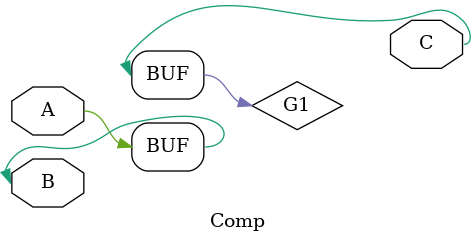
<source format=v>
`timescale 1ns / 1ps


module Comp(
    input A,
    input B,
    output C
);
    wire Sum, Cout, Temp;
    xor G1(A, B);
    and G2(A, B);
    assign C = G1;
endmodule

</source>
